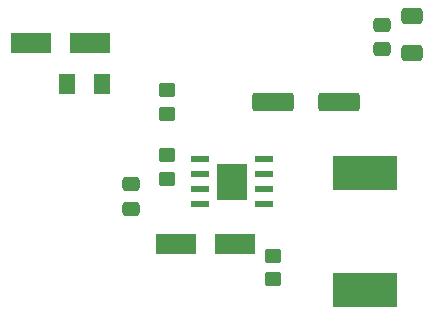
<source format=gbr>
%TF.GenerationSoftware,KiCad,Pcbnew,(6.0.2)*%
%TF.CreationDate,2022-08-10T10:43:00+08:00*%
%TF.ProjectId,TPS5430_Experiment,54505335-3433-4305-9f45-78706572696d,Sage Xiong*%
%TF.SameCoordinates,Original*%
%TF.FileFunction,Paste,Top*%
%TF.FilePolarity,Positive*%
%FSLAX46Y46*%
G04 Gerber Fmt 4.6, Leading zero omitted, Abs format (unit mm)*
G04 Created by KiCad (PCBNEW (6.0.2)) date 2022-08-10 10:43:00*
%MOMM*%
%LPD*%
G01*
G04 APERTURE LIST*
G04 Aperture macros list*
%AMRoundRect*
0 Rectangle with rounded corners*
0 $1 Rounding radius*
0 $2 $3 $4 $5 $6 $7 $8 $9 X,Y pos of 4 corners*
0 Add a 4 corners polygon primitive as box body*
4,1,4,$2,$3,$4,$5,$6,$7,$8,$9,$2,$3,0*
0 Add four circle primitives for the rounded corners*
1,1,$1+$1,$2,$3*
1,1,$1+$1,$4,$5*
1,1,$1+$1,$6,$7*
1,1,$1+$1,$8,$9*
0 Add four rect primitives between the rounded corners*
20,1,$1+$1,$2,$3,$4,$5,0*
20,1,$1+$1,$4,$5,$6,$7,0*
20,1,$1+$1,$6,$7,$8,$9,0*
20,1,$1+$1,$8,$9,$2,$3,0*%
G04 Aperture macros list end*
%ADD10RoundRect,0.250000X0.475000X-0.337500X0.475000X0.337500X-0.475000X0.337500X-0.475000X-0.337500X0*%
%ADD11RoundRect,0.250000X0.650000X-0.412500X0.650000X0.412500X-0.650000X0.412500X-0.650000X-0.412500X0*%
%ADD12RoundRect,0.250000X-0.475000X0.337500X-0.475000X-0.337500X0.475000X-0.337500X0.475000X0.337500X0*%
%ADD13RoundRect,0.250001X-0.462499X-0.624999X0.462499X-0.624999X0.462499X0.624999X-0.462499X0.624999X0*%
%ADD14R,1.550000X0.600000*%
%ADD15R,2.600000X3.100000*%
%ADD16RoundRect,0.250000X0.450000X-0.350000X0.450000X0.350000X-0.450000X0.350000X-0.450000X-0.350000X0*%
%ADD17RoundRect,0.250000X1.500000X0.550000X-1.500000X0.550000X-1.500000X-0.550000X1.500000X-0.550000X0*%
%ADD18RoundRect,0.250000X-0.450000X0.350000X-0.450000X-0.350000X0.450000X-0.350000X0.450000X0.350000X0*%
%ADD19R,3.500000X1.800000*%
%ADD20R,5.400000X2.900000*%
G04 APERTURE END LIST*
D10*
%TO.C,C6*%
X153299998Y-91337486D03*
X153299998Y-89262509D03*
%TD*%
D11*
%TO.C,C5*%
X155799993Y-91612491D03*
X155799993Y-88487504D03*
%TD*%
D12*
%TO.C,C4*%
X132050000Y-102762507D03*
X132050000Y-104837484D03*
%TD*%
D13*
%TO.C,F1*%
X126562500Y-94300000D03*
X129537500Y-94300000D03*
%TD*%
D14*
%TO.C,U1*%
X143250000Y-104455000D03*
X143250000Y-103185000D03*
X143250000Y-101915000D03*
X143250000Y-100645000D03*
X137850000Y-100645000D03*
X137850000Y-101915000D03*
X137850000Y-103185000D03*
X137850000Y-104455000D03*
D15*
X140550000Y-102550000D03*
%TD*%
D16*
%TO.C,C2*%
X135050000Y-102300000D03*
X135050000Y-100300000D03*
%TD*%
D17*
%TO.C,C3*%
X149600000Y-95800000D03*
X144000000Y-95800000D03*
%TD*%
D18*
%TO.C,C1*%
X144050000Y-108800000D03*
X144050000Y-110800000D03*
%TD*%
D19*
%TO.C,D2*%
X128550000Y-90800000D03*
X123550000Y-90800000D03*
%TD*%
D20*
%TO.C,L1*%
X151800000Y-111750000D03*
X151800000Y-101850000D03*
%TD*%
D19*
%TO.C,D1*%
X135800000Y-107800000D03*
X140800000Y-107800000D03*
%TD*%
D16*
%TO.C,R1*%
X135049997Y-96800012D03*
X135049997Y-94800012D03*
%TD*%
M02*

</source>
